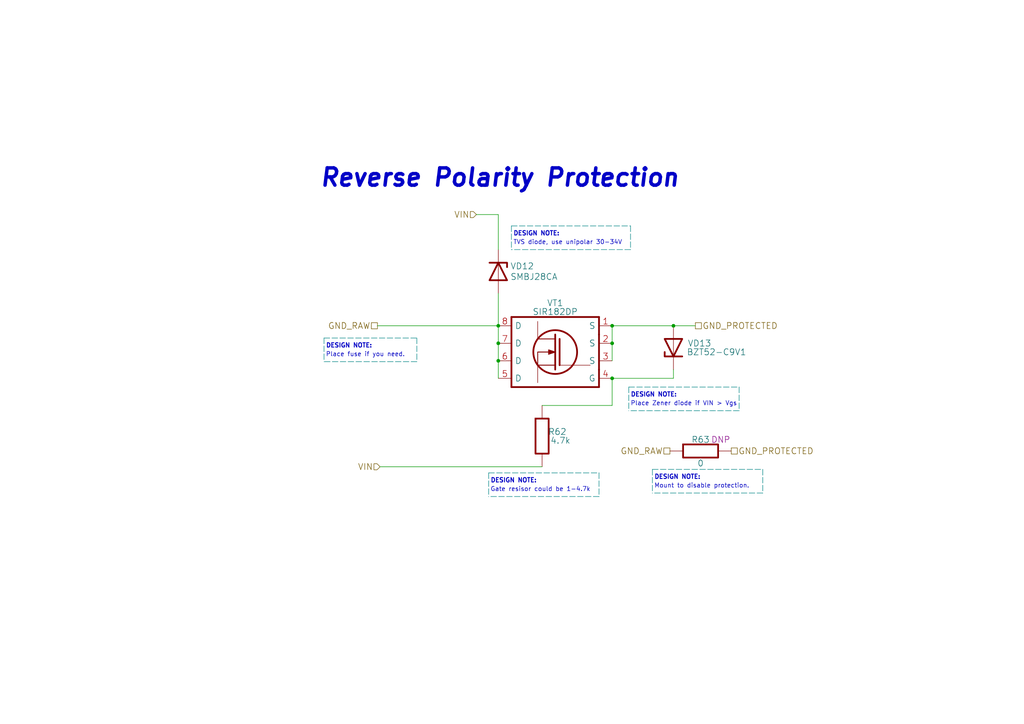
<source format=kicad_sch>
(kicad_sch (version 20211123) (generator eeschema)
  (paper "A4")
  (lib_symbols
    (symbol "Chips:SIR182DP" (pin_names (offset 1.016))
      (property "Reference" "VT" (at 0 13.97 0))
      (property "Value" "SIR182DP" (at 0 11.684 0))
      (symbol "SIR182DP_0_1"
        (polyline (pts (xy -12.7 -10.16) (xy 12.7 -10.16)) (stroke (width 0.508)))
        (polyline (pts (xy -12.7 -5.08) (xy -12.7 -10.16)) (stroke (width 0.508)))
        (polyline (pts (xy -10.16 -3.81) (xy -1.27 -3.81)))
        (polyline (pts (xy -1.27 3.81) (xy -1.27 -3.81)) (stroke (width 0.508)))
        (polyline (pts (xy 0 -3.81) (xy 5.08 -3.81)) (stroke (width 0.254)))
        (polyline (pts (xy 0 3.81) (xy 5.08 3.81)) (stroke (width 0.254)))
        (polyline (pts (xy 0 5.08) (xy 0 -5.08)) (stroke (width 0.508)))
        (polyline (pts (xy 5.08 -3.81) (xy 5.08 -8.89)))
        (polyline (pts (xy 5.08 3.81) (xy 5.08 8.89)))
        (polyline (pts (xy 12.7 -10.16) (xy 12.7 10.16)) (stroke (width 0.508)))
        (polyline (pts (xy 12.7 10.16) (xy -12.7 10.16)) (stroke (width 0.508)))
        (polyline (pts (xy 0 0) (xy 5.08 0) (xy 5.08 -3.81)) (stroke (width 0.254)))
        (polyline (pts (xy 1.905 -0.635) (xy 0 0) (xy 1.905 0.635) (xy 1.905 -0.635)) (stroke (width 0.254)) (fill (type outline)))
        (circle (center 0 0) (radius 6.35) (stroke (width 0.508)))
      )
      (symbol "SIR182DP_1_1"
        (polyline (pts (xy -12.7 -5.08) (xy -12.7 -5.08)) (stroke (width 0.508)))
        (polyline (pts (xy -12.7 -5.08) (xy -12.7 5.08)) (stroke (width 0.508)))
        (polyline (pts (xy -12.7 2.54) (xy -12.7 2.54)) (stroke (width 0.508)))
        (polyline (pts (xy -12.7 5.08) (xy -12.7 5.08)))
        (polyline (pts (xy -12.7 10.16) (xy -12.7 5.08)) (stroke (width 0.508)))
        (pin power_in line (at -16.51 7.62 0) (length 3.81) (name "S") (number "1"))
        (pin power_in line (at -16.51 2.54 0) (length 3.81) (name "S") (number "2"))
        (pin power_in line (at -16.51 -2.54 0) (length 3.81) (name "S") (number "3"))
        (pin input line (at -16.51 -7.62 0) (length 3.81) (name "G") (number "4"))
        (pin power_out line (at 16.51 -7.62 180) (length 3.81) (name "D") (number "5"))
        (pin power_out line (at 16.51 -2.54 180) (length 3.81) (name "D") (number "6"))
        (pin power_out line (at 16.51 2.54 180) (length 3.81) (name "D") (number "7"))
        (pin power_out line (at 16.51 7.62 180) (length 3.81) (name "D") (number "8"))
      )
    )
    (symbol "Diodes:D_ZENER_SPICE" (pin_names (offset 0))
      (property "Reference" "VD" (at 0 5.08 0))
      (property "Value" "D_ZENER_SPICE" (at 0 -5.08 0))
      (symbol "D_ZENER_SPICE_0_1"
        (polyline (pts (xy 6.35 0) (xy -6.35 0)))
        (polyline (pts (xy 2.54 2.54) (xy 2.54 0) (xy -2.54 2.54) (xy -2.54 -2.54) (xy 2.54 0) (xy 2.54 -2.54) (xy 1.27 -2.54)) (stroke (width 0.508)))
      )
      (symbol "D_ZENER_SPICE_1_1"
        (pin passive line (at 6.35 0 180) (length 2.54) hide (name "C") (number "1"))
        (pin passive line (at -6.35 0 0) (length 2.54) hide (name "A") (number "2"))
      )
    )
    (symbol "Diodes:VD_ZENER" (pin_names (offset 0))
      (property "Reference" "VD" (at 0 5.08 0))
      (property "Value" "VD_ZENER" (at 0 -5.08 0))
      (symbol "VD_ZENER_0_1"
        (polyline (pts (xy 6.35 0) (xy -6.35 0)))
        (polyline (pts (xy 2.54 2.54) (xy 2.54 0) (xy -2.54 2.54) (xy -2.54 -2.54) (xy 2.54 0) (xy 2.54 -2.54) (xy 1.27 -2.54)) (stroke (width 0.508)))
      )
      (symbol "VD_ZENER_1_1"
        (pin passive line (at 6.35 0 180) (length 2.54) hide (name "C") (number "1"))
        (pin passive line (at -6.35 0 0) (length 2.54) hide (name "A") (number "2"))
      )
    )
    (symbol "Resistors:R_RES" (pin_names (offset 0))
      (property "Reference" "R" (at 0 3.81 0))
      (property "Value" "R_RES" (at 0 -3.81 0))
      (property "Case/Package" "0000" (at 0 -6.35 0))
      (property "Power" "mW" (at 0 -7.874 0))
      (property "Tolerance" "±%" (at 0 -9.652 0))
      (symbol "R_RES_0_1"
        (rectangle (start -5.08 1.905) (end 5.08 -1.905) (stroke (width 0.508)))
        (polyline (pts (xy -8.89 0) (xy -5.08 0)))
        (polyline (pts (xy 5.08 0) (xy 8.89 0)))
      )
      (symbol "R_RES_1_1"
        (pin passive line (at -8.89 0 0) (length 2.54) hide (name "~") (number "1"))
        (pin passive line (at 8.89 0 180) (length 2.54) hide (name "~") (number "2"))
      )
    )
  )
  (junction (at 177.546 99.568))
  (junction (at 195.326 94.488))
  (junction (at 144.526 99.568))
  (junction (at 177.546 94.488))
  (junction (at 144.526 94.488))
  (junction (at 144.526 104.648))
  (junction (at 177.546 109.728))
  (wire (pts (xy 109.474 94.488) (xy 144.526 94.488)))
  (polyline (pts (xy 189.23 136.144) (xy 221.234 136.144)) (stroke (width 0) (color 0 132 132 1)))
  (wire (pts (xy 157.226 117.602) (xy 177.546 117.602)))
  (polyline (pts (xy 173.736 137.16) (xy 173.736 144.018)) (stroke (width 0) (color 0 132 132 1)))
  (polyline (pts (xy 120.904 98.044) (xy 120.904 104.902)) (stroke (width 0) (color 0 132 132 1)))
  (polyline (pts (xy 182.372 112.268) (xy 182.372 119.126)) (stroke (width 0) (color 0 132 132 1)))
  (polyline (pts (xy 221.234 136.144) (xy 221.234 143.002)) (stroke (width 0) (color 0 132 132 1)))
  (wire (pts (xy 144.526 104.648) (xy 144.526 109.728)))
  (polyline (pts (xy 182.88 72.39) (xy 148.336 72.39)) (stroke (width 0) (color 0 132 132 1)))
  (wire (pts (xy 177.546 94.488) (xy 195.326 94.488)))
  (wire (pts (xy 195.326 107.188) (xy 195.326 109.728)))
  (wire (pts (xy 177.546 94.488) (xy 177.546 99.568)))
  (wire (pts (xy 144.526 99.568) (xy 144.526 104.648)))
  (polyline (pts (xy 93.98 98.044) (xy 120.904 98.044)) (stroke (width 0) (color 0 132 132 1)))
  (wire (pts (xy 144.526 94.488) (xy 144.526 99.568)))
  (polyline (pts (xy 189.23 136.144) (xy 189.23 143.002)) (stroke (width 0) (color 0 132 132 1)))
  (wire (pts (xy 144.526 62.23) (xy 144.526 72.39)))
  (polyline (pts (xy 182.372 112.268) (xy 214.376 112.268)) (stroke (width 0) (color 0 132 132 1)))
  (wire (pts (xy 144.526 85.09) (xy 144.526 94.488)))
  (wire (pts (xy 195.326 94.488) (xy 201.676 94.488)))
  (polyline (pts (xy 182.88 65.532) (xy 182.88 72.39)) (stroke (width 0) (color 0 132 132 1)))
  (wire (pts (xy 110.236 135.382) (xy 157.226 135.382)))
  (wire (pts (xy 195.326 109.728) (xy 177.546 109.728)))
  (polyline (pts (xy 141.732 137.16) (xy 173.736 137.16)) (stroke (width 0) (color 0 132 132 1)))
  (polyline (pts (xy 214.376 119.126) (xy 182.372 119.126)) (stroke (width 0) (color 0 132 132 1)))
  (polyline (pts (xy 173.736 144.018) (xy 141.732 144.018)) (stroke (width 0) (color 0 132 132 1)))
  (polyline (pts (xy 148.336 65.532) (xy 182.88 65.532)) (stroke (width 0) (color 0 132 132 1)))
  (polyline (pts (xy 148.336 65.532) (xy 148.336 72.39)) (stroke (width 0) (color 0 132 132 1)))
  (wire (pts (xy 177.546 99.568) (xy 177.546 104.648)))
  (wire (pts (xy 177.546 117.602) (xy 177.546 109.728)))
  (polyline (pts (xy 141.732 137.16) (xy 141.732 144.018)) (stroke (width 0) (color 0 132 132 1)))
  (polyline (pts (xy 93.98 98.044) (xy 93.98 104.902)) (stroke (width 0) (color 0 132 132 1)))
  (wire (pts (xy 138.176 62.23) (xy 144.526 62.23)))
  (polyline (pts (xy 214.376 112.268) (xy 214.376 119.126)) (stroke (width 0) (color 0 132 132 1)))
  (polyline (pts (xy 221.234 143.002) (xy 189.23 143.002)) (stroke (width 0) (color 0 132 132 1)))
  (polyline (pts (xy 120.904 104.902) (xy 93.98 104.902)) (stroke (width 0) (color 0 132 132 1)))
  (text "Mount to disable protection." (at 189.738 141.732 0) (effects (font (size 1.27 1.27)) (justify left bottom)))
  (text "DESIGN NOTE:" (at 148.844 68.58 0) (effects (font (size 1.27 1.27) (thickness 0.254) bold) (justify left bottom)))
  (text "DESIGN NOTE:" (at 142.24 140.208 0) (effects (font (size 1.27 1.27) (thickness 0.254) bold) (justify left bottom)))
  (text "DESIGN NOTE:" (at 182.88 115.316 0) (effects (font (size 1.27 1.27) (thickness 0.254) bold) (justify left bottom)))
  (text "Place Zener diode if VIN > Vgs" (at 182.88 117.856 0) (effects (font (size 1.27 1.27)) (justify left bottom)))
  (text "Place fuse if you need." (at 94.488 103.632 0) (effects (font (size 1.27 1.27)) (justify left bottom)))
  (text "Gate resisor could be 1-4.7k" (at 142.24 142.748 0) (effects (font (size 1.27 1.27)) (justify left bottom)))
  (text "DESIGN NOTE:" (at 94.488 101.092 0) (effects (font (size 1.27 1.27) (thickness 0.254) bold) (justify left bottom)))
  (text "DESIGN NOTE:" (at 189.738 139.192 0) (effects (font (size 1.27 1.27) (thickness 0.254) bold) (justify left bottom)))
  (text "TVS diode, use unipolar 30-34V" (at 148.844 71.12 0) (effects (font (size 1.27 1.27)) (justify left bottom)))
  (text "Reverse Polarity Protection" (at 92.456 54.61 0) (effects (font (size 5.0038 5.0038) (thickness 1.0008) bold italic) (justify left bottom)))
  (hierarchical_label "GND_RAW" (shape passive) (at 109.474 94.488 180) (effects (font (size 1.778 1.778))))
  (hierarchical_label "VIN" (shape input) (at 110.236 135.382 180) (effects (font (size 1.778 1.778))))
  (hierarchical_label "GND_PROTECTED" (shape passive) (at 212.09 130.81 0) (effects (font (size 1.778 1.778))))
  (hierarchical_label "GND_RAW" (shape passive) (at 194.31 130.81 180) (effects (font (size 1.778 1.778))))
  (hierarchical_label "GND_PROTECTED" (shape passive) (at 201.676 94.488 0) (effects (font (size 1.778 1.778))))
  (hierarchical_label "VIN" (shape input) (at 138.176 62.23 180) (effects (font (size 1.778 1.778))))
  (symbol (lib_id "Diodes:VD_ZENER") (at 195.326 100.838 270) (unit 1)
    (property "Reference" "VD13" (at 199.39 99.568 90) (effects (font (size 1.778 1.778)) (justify left)))
    (property "Value" "BZT52-C9V1" (at 199.136 102.108 90) (effects (font (size 1.778 1.778)) (justify left)))
    (property "Footprint" "Diode_SMD:D_SOD-123" (effects hide))
  )
  (symbol (lib_id "Resistors:R_RES") (at 203.2 130.81 180) (unit 1)
    (property "Reference" "R63" (at 203.2 127.508 0) (effects (font (size 1.778 1.778))))
    (property "Value" "0" (at 203.2 134.366 0) (effects (font (size 1.778 1.778))))
    (property "Footprint" "Resistor_SMD:R_1206_3216Metric" (effects hide))
    (property "Assembly" "DNP" (at 209.042 127.508 0) (effects (font (size 1.778 1.778))))
    (property "Case/Package" "0000" (effects hide))
    (property "Power" "mW" (effects hide))
    (property "Tolerance" "±%" (effects hide))
  )
  (symbol (lib_id "Chips:SIR182DP") (at 161.036 102.108 0) (mirror y) (unit 1)
    (property "Reference" "VT1" (at 161.036 87.884 0) (effects (font (size 1.778 1.778))))
    (property "Value" "SIR182DP" (at 161.036 90.424 0) (effects (font (size 1.778 1.778))))
    (property "Footprint" "Package_SO:PowerPAK_SO-8_Single_HandSoldering" (effects hide))
  )
  (symbol (lib_id "Diodes:D_ZENER_SPICE") (at 144.526 78.74 90) (unit 1)
    (property "Reference" "VD12" (at 147.955 77.1906 90) (effects (font (size 1.778 1.778)) (justify right)))
    (property "Value" "SMBJ28CA" (at 147.955 80.264 90) (effects (font (size 1.778 1.778)) (justify right)))
    (property "Footprint" "Diode_SMD:D_SMB" (effects hide))
  )
  (symbol (lib_id "Resistors:R_RES") (at 157.226 126.492 90) (unit 1)
    (property "Reference" "R62" (at 161.671 125.222 90) (effects (font (size 1.778 1.778))))
    (property "Value" "4.7k" (at 162.56 127.762 90) (effects (font (size 1.778 1.778))))
    (property "Footprint" "Resistor_SMD:R_0603_1608Metric" (effects hide))
    (property "Case/Package" "0000" (effects hide))
    (property "Power" "mW" (effects hide))
    (property "Tolerance" "±%" (effects hide))
  )
)
</source>
